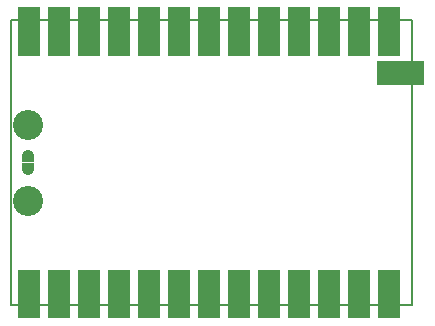
<source format=gbs>
G04 #@! TF.FileFunction,Soldermask,Bot*
%FSLAX46Y46*%
G04 Gerber Fmt 4.6, Leading zero omitted, Abs format (unit mm)*
G04 Created by KiCad (PCBNEW 4.0.1-3.201512221401+6198~38~ubuntu15.10.1-stable) date Tue Jan  5 23:14:19 2016*
%MOMM*%
G01*
G04 APERTURE LIST*
%ADD10C,0.100000*%
%ADD11C,0.150000*%
%ADD12R,2.152400X2.152400*%
%ADD13C,1.052400*%
%ADD14R,1.052400X0.552400*%
%ADD15R,1.879600X2.184400*%
%ADD16C,2.550000*%
G04 APERTURE END LIST*
D10*
D11*
X0Y0D02*
X0Y24130000D01*
X33909000Y0D02*
X0Y0D01*
X33909000Y24130000D02*
X33909000Y0D01*
X0Y24130000D02*
X33909000Y24130000D01*
D12*
X32004000Y19685000D03*
X33909000Y19685000D03*
D13*
X1397000Y11515000D03*
D14*
X1397000Y12365000D03*
X1397000Y11765000D03*
D13*
X1397000Y12615000D03*
D15*
X32004000Y0D03*
X29464000Y0D03*
X26924000Y0D03*
X24384000Y0D03*
X21844000Y0D03*
X19304000Y0D03*
X16764000Y0D03*
X14224000Y0D03*
X11684000Y0D03*
X9144000Y0D03*
X6604000Y0D03*
X4064000Y0D03*
X1524000Y0D03*
X1524000Y1905000D03*
X4064000Y1905000D03*
X6604000Y1905000D03*
X9144000Y1905000D03*
X11684000Y1905000D03*
X14224000Y1905000D03*
X16764000Y1905000D03*
X19304000Y1905000D03*
X21844000Y1905000D03*
X24384000Y1905000D03*
X26924000Y1905000D03*
X29464000Y1905000D03*
X32004000Y1905000D03*
X1524000Y24130000D03*
X4064000Y24130000D03*
X6604000Y24130000D03*
X9144000Y24130000D03*
X11684000Y24130000D03*
X14224000Y24130000D03*
X16764000Y24130000D03*
X19304000Y24130000D03*
X21844000Y24130000D03*
X24384000Y24130000D03*
X26924000Y24130000D03*
X29464000Y24130000D03*
X32004000Y24130000D03*
X32004000Y22225000D03*
X29464000Y22225000D03*
X26924000Y22225000D03*
X24384000Y22225000D03*
X21844000Y22225000D03*
X19304000Y22225000D03*
X16764000Y22225000D03*
X14224000Y22225000D03*
X11684000Y22225000D03*
X9144000Y22225000D03*
X6604000Y22225000D03*
X4064000Y22225000D03*
X1524000Y22225000D03*
D16*
X1447800Y15290000D03*
X1447800Y8840000D03*
M02*

</source>
